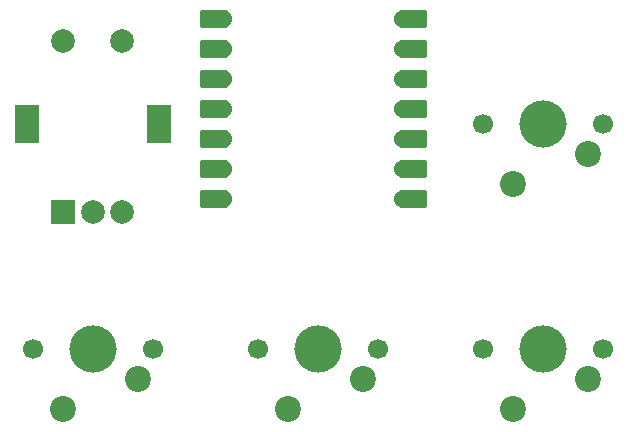
<source format=gbr>
%TF.GenerationSoftware,KiCad,Pcbnew,9.0.7*%
%TF.CreationDate,2026-02-07T20:24:00-06:00*%
%TF.ProjectId,Modded_Hackpad_Final,4d6f6464-6564-45f4-9861-636b7061645f,rev?*%
%TF.SameCoordinates,Original*%
%TF.FileFunction,Soldermask,Top*%
%TF.FilePolarity,Negative*%
%FSLAX46Y46*%
G04 Gerber Fmt 4.6, Leading zero omitted, Abs format (unit mm)*
G04 Created by KiCad (PCBNEW 9.0.7) date 2026-02-07 20:24:00*
%MOMM*%
%LPD*%
G01*
G04 APERTURE LIST*
G04 Aperture macros list*
%AMRoundRect*
0 Rectangle with rounded corners*
0 $1 Rounding radius*
0 $2 $3 $4 $5 $6 $7 $8 $9 X,Y pos of 4 corners*
0 Add a 4 corners polygon primitive as box body*
4,1,4,$2,$3,$4,$5,$6,$7,$8,$9,$2,$3,0*
0 Add four circle primitives for the rounded corners*
1,1,$1+$1,$2,$3*
1,1,$1+$1,$4,$5*
1,1,$1+$1,$6,$7*
1,1,$1+$1,$8,$9*
0 Add four rect primitives between the rounded corners*
20,1,$1+$1,$2,$3,$4,$5,0*
20,1,$1+$1,$4,$5,$6,$7,0*
20,1,$1+$1,$6,$7,$8,$9,0*
20,1,$1+$1,$8,$9,$2,$3,0*%
G04 Aperture macros list end*
%ADD10C,1.700000*%
%ADD11C,4.000000*%
%ADD12C,2.200000*%
%ADD13RoundRect,0.152400X1.063600X0.609600X-1.063600X0.609600X-1.063600X-0.609600X1.063600X-0.609600X0*%
%ADD14C,1.524000*%
%ADD15RoundRect,0.152400X-1.063600X-0.609600X1.063600X-0.609600X1.063600X0.609600X-1.063600X0.609600X0*%
%ADD16R,2.000000X2.000000*%
%ADD17C,2.000000*%
%ADD18R,2.000000X3.200000*%
G04 APERTURE END LIST*
D10*
%TO.C,SW4*%
X71755000Y-88265000D03*
D11*
X66675000Y-88265000D03*
D10*
X61595000Y-88265000D03*
D12*
X64135000Y-93345000D03*
X70485000Y-90805000D03*
%TD*%
D10*
%TO.C,SW2*%
X109855000Y-88265000D03*
D11*
X104775000Y-88265000D03*
D10*
X99695000Y-88265000D03*
D12*
X102235000Y-93345000D03*
X108585000Y-90805000D03*
%TD*%
D10*
%TO.C,SW1*%
X109855000Y-69215000D03*
D11*
X104775000Y-69215000D03*
D10*
X99695000Y-69215000D03*
D12*
X102235000Y-74295000D03*
X108585000Y-71755000D03*
%TD*%
D13*
%TO.C,U1*%
X76889000Y-60325000D03*
D14*
X77724000Y-60325000D03*
D13*
X76889000Y-62865000D03*
D14*
X77724000Y-62865000D03*
D13*
X76889000Y-65405000D03*
D14*
X77724000Y-65405000D03*
D13*
X76889000Y-67945000D03*
D14*
X77724000Y-67945000D03*
D13*
X76889000Y-70485000D03*
D14*
X77724000Y-70485000D03*
D13*
X76889000Y-73025000D03*
D14*
X77724000Y-73025000D03*
D13*
X76889000Y-75565000D03*
D14*
X77724000Y-75565000D03*
X92964000Y-75565000D03*
D15*
X93799000Y-75565000D03*
D14*
X92964000Y-73025000D03*
D15*
X93799000Y-73025000D03*
D14*
X92964000Y-70485000D03*
D15*
X93799000Y-70485000D03*
D14*
X92964000Y-67945000D03*
D15*
X93799000Y-67945000D03*
D14*
X92964000Y-65405000D03*
D15*
X93799000Y-65405000D03*
D14*
X92964000Y-62865000D03*
D15*
X93799000Y-62865000D03*
D14*
X92964000Y-60325000D03*
D15*
X93799000Y-60325000D03*
%TD*%
D16*
%TO.C,SW12*%
X64175000Y-76719000D03*
D17*
X69175000Y-76719000D03*
X66675000Y-76719000D03*
D18*
X61075000Y-69219000D03*
X72275000Y-69219000D03*
D17*
X69175000Y-62219000D03*
X64175000Y-62219000D03*
%TD*%
D10*
%TO.C,SW3*%
X90805000Y-88265000D03*
D11*
X85725000Y-88265000D03*
D10*
X80645000Y-88265000D03*
D12*
X83185000Y-93345000D03*
X89535000Y-90805000D03*
%TD*%
M02*

</source>
